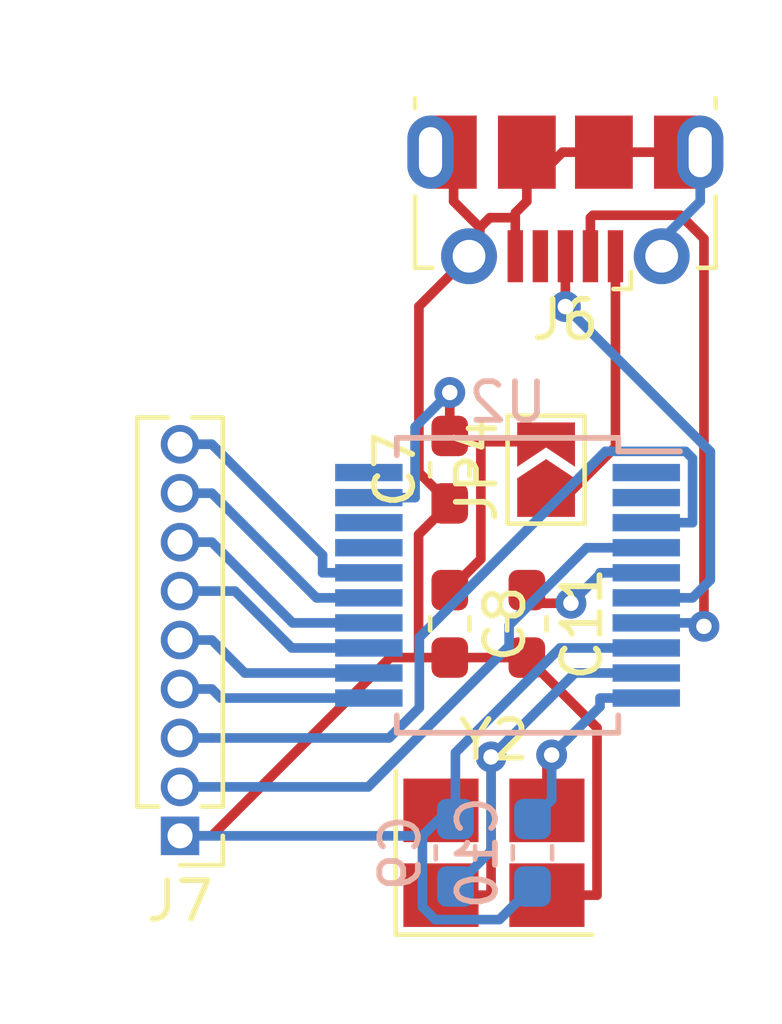
<source format=kicad_pcb>
(kicad_pcb (version 20171130) (host pcbnew 5.0.2-bee76a0~70~ubuntu18.04.1)

  (general
    (thickness 1.6)
    (drawings 0)
    (tracks 132)
    (zones 0)
    (modules 10)
    (nets 23)
  )

  (page A4)
  (layers
    (0 F.Cu signal)
    (31 B.Cu signal)
    (32 B.Adhes user)
    (33 F.Adhes user)
    (34 B.Paste user)
    (35 F.Paste user)
    (36 B.SilkS user)
    (37 F.SilkS user)
    (38 B.Mask user)
    (39 F.Mask user)
    (40 Dwgs.User user)
    (41 Cmts.User user)
    (42 Eco1.User user)
    (43 Eco2.User user)
    (44 Edge.Cuts user)
    (45 Margin user)
    (46 B.CrtYd user)
    (47 F.CrtYd user)
    (48 B.Fab user)
    (49 F.Fab user)
  )

  (setup
    (last_trace_width 0.25)
    (trace_clearance 0.2)
    (zone_clearance 0.508)
    (zone_45_only no)
    (trace_min 0.2)
    (segment_width 0.2)
    (edge_width 0.1)
    (via_size 0.8)
    (via_drill 0.4)
    (via_min_size 0.4)
    (via_min_drill 0.3)
    (uvia_size 0.3)
    (uvia_drill 0.1)
    (uvias_allowed no)
    (uvia_min_size 0.2)
    (uvia_min_drill 0.1)
    (pcb_text_width 0.3)
    (pcb_text_size 1.5 1.5)
    (mod_edge_width 0.15)
    (mod_text_size 1 1)
    (mod_text_width 0.15)
    (pad_size 1.5 1.5)
    (pad_drill 0.6)
    (pad_to_mask_clearance 0)
    (solder_mask_min_width 0.25)
    (aux_axis_origin 0 0)
    (visible_elements FFFFFF7F)
    (pcbplotparams
      (layerselection 0x010fc_ffffffff)
      (usegerberextensions false)
      (usegerberattributes false)
      (usegerberadvancedattributes false)
      (creategerberjobfile false)
      (excludeedgelayer true)
      (linewidth 0.100000)
      (plotframeref false)
      (viasonmask false)
      (mode 1)
      (useauxorigin false)
      (hpglpennumber 1)
      (hpglpenspeed 20)
      (hpglpendiameter 15.000000)
      (psnegative false)
      (psa4output false)
      (plotreference true)
      (plotvalue true)
      (plotinvisibletext false)
      (padsonsilk false)
      (subtractmaskfromsilk false)
      (outputformat 1)
      (mirror false)
      (drillshape 1)
      (scaleselection 1)
      (outputdirectory ""))
  )

  (net 0 "")
  (net 1 "Net-(U2-Pad1)")
  (net 2 "Net-(U2-Pad2)")
  (net 3 /CH340_TXD)
  (net 4 /CH340_RXD)
  (net 5 "Net-(C11-Pad1)")
  (net 6 /USB_DP)
  (net 7 /USB_DM)
  (net 8 GND)
  (net 9 "Net-(C9-Pad2)")
  (net 10 "Net-(C10-Pad1)")
  (net 11 "Net-(J7-Pad4)")
  (net 12 "Net-(J7-Pad5)")
  (net 13 "Net-(J7-Pad6)")
  (net 14 "Net-(J7-Pad7)")
  (net 15 /DTR)
  (net 16 /RTS)
  (net 17 "Net-(U2-Pad17)")
  (net 18 "Net-(U2-Pad18)")
  (net 19 V_CH340)
  (net 20 "Net-(U2-Pad20)")
  (net 21 "Net-(J6-Pad1)")
  (net 22 "Net-(J6-Pad4)")

  (net_class Default "This is the default net class."
    (clearance 0.2)
    (trace_width 0.25)
    (via_dia 0.8)
    (via_drill 0.4)
    (uvia_dia 0.3)
    (uvia_drill 0.1)
    (add_net /CH340_RXD)
    (add_net /CH340_TXD)
    (add_net /DTR)
    (add_net /RTS)
    (add_net /USB_DM)
    (add_net /USB_DP)
    (add_net GND)
    (add_net "Net-(C10-Pad1)")
    (add_net "Net-(C11-Pad1)")
    (add_net "Net-(C9-Pad2)")
    (add_net "Net-(J6-Pad1)")
    (add_net "Net-(J6-Pad4)")
    (add_net "Net-(J7-Pad4)")
    (add_net "Net-(J7-Pad5)")
    (add_net "Net-(J7-Pad6)")
    (add_net "Net-(J7-Pad7)")
    (add_net "Net-(U2-Pad1)")
    (add_net "Net-(U2-Pad17)")
    (add_net "Net-(U2-Pad18)")
    (add_net "Net-(U2-Pad2)")
    (add_net "Net-(U2-Pad20)")
    (add_net V_CH340)
  )

  (module Capacitor_SMD:C_0603_1608Metric_Pad1.05x0.95mm_HandSolder (layer F.Cu) (tedit 5B301BBE) (tstamp 5C2B78B6)
    (at 74 44 270)
    (descr "Capacitor SMD 0603 (1608 Metric), square (rectangular) end terminal, IPC_7351 nominal with elongated pad for handsoldering. (Body size source: http://www.tortai-tech.com/upload/download/2011102023233369053.pdf), generated with kicad-footprint-generator")
    (tags "capacitor handsolder")
    (path /5C1660CD)
    (attr smd)
    (fp_text reference C11 (at 0 -1.43 270) (layer F.SilkS)
      (effects (font (size 1 1) (thickness 0.15)))
    )
    (fp_text value C102,0603 (at 0 1.43 270) (layer F.Fab)
      (effects (font (size 1 1) (thickness 0.15)))
    )
    (fp_line (start -0.8 0.4) (end -0.8 -0.4) (layer F.Fab) (width 0.1))
    (fp_line (start -0.8 -0.4) (end 0.8 -0.4) (layer F.Fab) (width 0.1))
    (fp_line (start 0.8 -0.4) (end 0.8 0.4) (layer F.Fab) (width 0.1))
    (fp_line (start 0.8 0.4) (end -0.8 0.4) (layer F.Fab) (width 0.1))
    (fp_line (start -0.171267 -0.51) (end 0.171267 -0.51) (layer F.SilkS) (width 0.12))
    (fp_line (start -0.171267 0.51) (end 0.171267 0.51) (layer F.SilkS) (width 0.12))
    (fp_line (start -1.65 0.73) (end -1.65 -0.73) (layer F.CrtYd) (width 0.05))
    (fp_line (start -1.65 -0.73) (end 1.65 -0.73) (layer F.CrtYd) (width 0.05))
    (fp_line (start 1.65 -0.73) (end 1.65 0.73) (layer F.CrtYd) (width 0.05))
    (fp_line (start 1.65 0.73) (end -1.65 0.73) (layer F.CrtYd) (width 0.05))
    (fp_text user %R (at 0 0 270) (layer F.Fab)
      (effects (font (size 0.4 0.4) (thickness 0.06)))
    )
    (pad 1 smd roundrect (at -0.875 0 270) (size 1.05 0.95) (layers F.Cu F.Paste F.Mask) (roundrect_rratio 0.25)
      (net 5 "Net-(C11-Pad1)"))
    (pad 2 smd roundrect (at 0.875 0 270) (size 1.05 0.95) (layers F.Cu F.Paste F.Mask) (roundrect_rratio 0.25)
      (net 8 GND))
    (model ${KISYS3DMOD}/Capacitor_SMD.3dshapes/C_0603_1608Metric.wrl
      (at (xyz 0 0 0))
      (scale (xyz 1 1 1))
      (rotate (xyz 0 0 0))
    )
  )

  (module Capacitor_SMD:C_0603_1608Metric_Pad1.05x0.95mm_HandSolder (layer B.Cu) (tedit 5B301BBE) (tstamp 5C2B815F)
    (at 74.1464 49.9393 270)
    (descr "Capacitor SMD 0603 (1608 Metric), square (rectangular) end terminal, IPC_7351 nominal with elongated pad for handsoldering. (Body size source: http://www.tortai-tech.com/upload/download/2011102023233369053.pdf), generated with kicad-footprint-generator")
    (tags "capacitor handsolder")
    (path /5C1676D8)
    (attr smd)
    (fp_text reference C10 (at 0 1.43 270) (layer B.SilkS)
      (effects (font (size 1 1) (thickness 0.15)) (justify mirror))
    )
    (fp_text value C22pf,0603 (at 0 -1.43 270) (layer B.Fab)
      (effects (font (size 1 1) (thickness 0.15)) (justify mirror))
    )
    (fp_text user %R (at 0 0 270) (layer B.Fab)
      (effects (font (size 0.4 0.4) (thickness 0.06)) (justify mirror))
    )
    (fp_line (start 1.65 -0.73) (end -1.65 -0.73) (layer B.CrtYd) (width 0.05))
    (fp_line (start 1.65 0.73) (end 1.65 -0.73) (layer B.CrtYd) (width 0.05))
    (fp_line (start -1.65 0.73) (end 1.65 0.73) (layer B.CrtYd) (width 0.05))
    (fp_line (start -1.65 -0.73) (end -1.65 0.73) (layer B.CrtYd) (width 0.05))
    (fp_line (start -0.171267 -0.51) (end 0.171267 -0.51) (layer B.SilkS) (width 0.12))
    (fp_line (start -0.171267 0.51) (end 0.171267 0.51) (layer B.SilkS) (width 0.12))
    (fp_line (start 0.8 -0.4) (end -0.8 -0.4) (layer B.Fab) (width 0.1))
    (fp_line (start 0.8 0.4) (end 0.8 -0.4) (layer B.Fab) (width 0.1))
    (fp_line (start -0.8 0.4) (end 0.8 0.4) (layer B.Fab) (width 0.1))
    (fp_line (start -0.8 -0.4) (end -0.8 0.4) (layer B.Fab) (width 0.1))
    (pad 2 smd roundrect (at 0.875 0 270) (size 1.05 0.95) (layers B.Cu B.Paste B.Mask) (roundrect_rratio 0.25)
      (net 8 GND))
    (pad 1 smd roundrect (at -0.875 0 270) (size 1.05 0.95) (layers B.Cu B.Paste B.Mask) (roundrect_rratio 0.25)
      (net 10 "Net-(C10-Pad1)"))
    (model ${KISYS3DMOD}/Capacitor_SMD.3dshapes/C_0603_1608Metric.wrl
      (at (xyz 0 0 0))
      (scale (xyz 1 1 1))
      (rotate (xyz 0 0 0))
    )
  )

  (module Capacitor_SMD:C_0603_1608Metric_Pad1.05x0.95mm_HandSolder (layer B.Cu) (tedit 5B301BBE) (tstamp 5C2B818F)
    (at 72.1464 49.9393 270)
    (descr "Capacitor SMD 0603 (1608 Metric), square (rectangular) end terminal, IPC_7351 nominal with elongated pad for handsoldering. (Body size source: http://www.tortai-tech.com/upload/download/2011102023233369053.pdf), generated with kicad-footprint-generator")
    (tags "capacitor handsolder")
    (path /5C1676A0)
    (attr smd)
    (fp_text reference C9 (at 0 1.43 270) (layer B.SilkS)
      (effects (font (size 1 1) (thickness 0.15)) (justify mirror))
    )
    (fp_text value C22pf,0603 (at 0 -1.43 270) (layer B.Fab)
      (effects (font (size 1 1) (thickness 0.15)) (justify mirror))
    )
    (fp_line (start -0.8 -0.4) (end -0.8 0.4) (layer B.Fab) (width 0.1))
    (fp_line (start -0.8 0.4) (end 0.8 0.4) (layer B.Fab) (width 0.1))
    (fp_line (start 0.8 0.4) (end 0.8 -0.4) (layer B.Fab) (width 0.1))
    (fp_line (start 0.8 -0.4) (end -0.8 -0.4) (layer B.Fab) (width 0.1))
    (fp_line (start -0.171267 0.51) (end 0.171267 0.51) (layer B.SilkS) (width 0.12))
    (fp_line (start -0.171267 -0.51) (end 0.171267 -0.51) (layer B.SilkS) (width 0.12))
    (fp_line (start -1.65 -0.73) (end -1.65 0.73) (layer B.CrtYd) (width 0.05))
    (fp_line (start -1.65 0.73) (end 1.65 0.73) (layer B.CrtYd) (width 0.05))
    (fp_line (start 1.65 0.73) (end 1.65 -0.73) (layer B.CrtYd) (width 0.05))
    (fp_line (start 1.65 -0.73) (end -1.65 -0.73) (layer B.CrtYd) (width 0.05))
    (fp_text user %R (at 0 0 270) (layer B.Fab)
      (effects (font (size 0.4 0.4) (thickness 0.06)) (justify mirror))
    )
    (pad 1 smd roundrect (at -0.875 0 270) (size 1.05 0.95) (layers B.Cu B.Paste B.Mask) (roundrect_rratio 0.25)
      (net 8 GND))
    (pad 2 smd roundrect (at 0.875 0 270) (size 1.05 0.95) (layers B.Cu B.Paste B.Mask) (roundrect_rratio 0.25)
      (net 9 "Net-(C9-Pad2)"))
    (model ${KISYS3DMOD}/Capacitor_SMD.3dshapes/C_0603_1608Metric.wrl
      (at (xyz 0 0 0))
      (scale (xyz 1 1 1))
      (rotate (xyz 0 0 0))
    )
  )

  (module Capacitor_SMD:C_0603_1608Metric_Pad1.05x0.95mm_HandSolder (layer F.Cu) (tedit 5B301BBE) (tstamp 5C2B7883)
    (at 72 44 270)
    (descr "Capacitor SMD 0603 (1608 Metric), square (rectangular) end terminal, IPC_7351 nominal with elongated pad for handsoldering. (Body size source: http://www.tortai-tech.com/upload/download/2011102023233369053.pdf), generated with kicad-footprint-generator")
    (tags "capacitor handsolder")
    (path /5C16E8B4)
    (attr smd)
    (fp_text reference C8 (at 0 -1.43 270) (layer F.SilkS)
      (effects (font (size 1 1) (thickness 0.15)))
    )
    (fp_text value C104,0603 (at 0 1.43 270) (layer F.Fab)
      (effects (font (size 1 1) (thickness 0.15)))
    )
    (fp_text user %R (at 0 0 270) (layer F.Fab)
      (effects (font (size 0.4 0.4) (thickness 0.06)))
    )
    (fp_line (start 1.65 0.73) (end -1.65 0.73) (layer F.CrtYd) (width 0.05))
    (fp_line (start 1.65 -0.73) (end 1.65 0.73) (layer F.CrtYd) (width 0.05))
    (fp_line (start -1.65 -0.73) (end 1.65 -0.73) (layer F.CrtYd) (width 0.05))
    (fp_line (start -1.65 0.73) (end -1.65 -0.73) (layer F.CrtYd) (width 0.05))
    (fp_line (start -0.171267 0.51) (end 0.171267 0.51) (layer F.SilkS) (width 0.12))
    (fp_line (start -0.171267 -0.51) (end 0.171267 -0.51) (layer F.SilkS) (width 0.12))
    (fp_line (start 0.8 0.4) (end -0.8 0.4) (layer F.Fab) (width 0.1))
    (fp_line (start 0.8 -0.4) (end 0.8 0.4) (layer F.Fab) (width 0.1))
    (fp_line (start -0.8 -0.4) (end 0.8 -0.4) (layer F.Fab) (width 0.1))
    (fp_line (start -0.8 0.4) (end -0.8 -0.4) (layer F.Fab) (width 0.1))
    (pad 2 smd roundrect (at 0.875 0 270) (size 1.05 0.95) (layers F.Cu F.Paste F.Mask) (roundrect_rratio 0.25)
      (net 8 GND))
    (pad 1 smd roundrect (at -0.875 0 270) (size 1.05 0.95) (layers F.Cu F.Paste F.Mask) (roundrect_rratio 0.25)
      (net 19 V_CH340))
    (model ${KISYS3DMOD}/Capacitor_SMD.3dshapes/C_0603_1608Metric.wrl
      (at (xyz 0 0 0))
      (scale (xyz 1 1 1))
      (rotate (xyz 0 0 0))
    )
  )

  (module Capacitor_SMD:C_0603_1608Metric_Pad1.05x0.95mm_HandSolder (layer F.Cu) (tedit 5B301BBE) (tstamp 5C2B7DAD)
    (at 72 40 90)
    (descr "Capacitor SMD 0603 (1608 Metric), square (rectangular) end terminal, IPC_7351 nominal with elongated pad for handsoldering. (Body size source: http://www.tortai-tech.com/upload/download/2011102023233369053.pdf), generated with kicad-footprint-generator")
    (tags "capacitor handsolder")
    (path /5C16A7DA)
    (attr smd)
    (fp_text reference C7 (at 0 -1.43 90) (layer F.SilkS)
      (effects (font (size 1 1) (thickness 0.15)))
    )
    (fp_text value C226,6.3v,0603 (at 0 1.43 90) (layer F.Fab)
      (effects (font (size 1 1) (thickness 0.15)))
    )
    (fp_line (start -0.8 0.4) (end -0.8 -0.4) (layer F.Fab) (width 0.1))
    (fp_line (start -0.8 -0.4) (end 0.8 -0.4) (layer F.Fab) (width 0.1))
    (fp_line (start 0.8 -0.4) (end 0.8 0.4) (layer F.Fab) (width 0.1))
    (fp_line (start 0.8 0.4) (end -0.8 0.4) (layer F.Fab) (width 0.1))
    (fp_line (start -0.171267 -0.51) (end 0.171267 -0.51) (layer F.SilkS) (width 0.12))
    (fp_line (start -0.171267 0.51) (end 0.171267 0.51) (layer F.SilkS) (width 0.12))
    (fp_line (start -1.65 0.73) (end -1.65 -0.73) (layer F.CrtYd) (width 0.05))
    (fp_line (start -1.65 -0.73) (end 1.65 -0.73) (layer F.CrtYd) (width 0.05))
    (fp_line (start 1.65 -0.73) (end 1.65 0.73) (layer F.CrtYd) (width 0.05))
    (fp_line (start 1.65 0.73) (end -1.65 0.73) (layer F.CrtYd) (width 0.05))
    (fp_text user %R (at 0 0 90) (layer F.Fab)
      (effects (font (size 0.4 0.4) (thickness 0.06)))
    )
    (pad 1 smd roundrect (at -0.875 0 90) (size 1.05 0.95) (layers F.Cu F.Paste F.Mask) (roundrect_rratio 0.25)
      (net 8 GND))
    (pad 2 smd roundrect (at 0.875 0 90) (size 1.05 0.95) (layers F.Cu F.Paste F.Mask) (roundrect_rratio 0.25)
      (net 19 V_CH340))
    (model ${KISYS3DMOD}/Capacitor_SMD.3dshapes/C_0603_1608Metric.wrl
      (at (xyz 0 0 0))
      (scale (xyz 1 1 1))
      (rotate (xyz 0 0 0))
    )
  )

  (module Connector_PinHeader_1.27mm:PinHeader_1x09_P1.27mm_Vertical (layer F.Cu) (tedit 59FED6E3) (tstamp 5C2B7861)
    (at 65 49.5 180)
    (descr "Through hole straight pin header, 1x09, 1.27mm pitch, single row")
    (tags "Through hole pin header THT 1x09 1.27mm single row")
    (path /5C16CEF0)
    (fp_text reference J7 (at 0 -1.695 180) (layer F.SilkS)
      (effects (font (size 1 1) (thickness 0.15)))
    )
    (fp_text value Conn_01x09 (at 0 11.855 180) (layer F.Fab)
      (effects (font (size 1 1) (thickness 0.15)))
    )
    (fp_line (start -0.525 -0.635) (end 1.05 -0.635) (layer F.Fab) (width 0.1))
    (fp_line (start 1.05 -0.635) (end 1.05 10.795) (layer F.Fab) (width 0.1))
    (fp_line (start 1.05 10.795) (end -1.05 10.795) (layer F.Fab) (width 0.1))
    (fp_line (start -1.05 10.795) (end -1.05 -0.11) (layer F.Fab) (width 0.1))
    (fp_line (start -1.05 -0.11) (end -0.525 -0.635) (layer F.Fab) (width 0.1))
    (fp_line (start -1.11 10.855) (end -0.30753 10.855) (layer F.SilkS) (width 0.12))
    (fp_line (start 0.30753 10.855) (end 1.11 10.855) (layer F.SilkS) (width 0.12))
    (fp_line (start -1.11 0.76) (end -1.11 10.855) (layer F.SilkS) (width 0.12))
    (fp_line (start 1.11 0.76) (end 1.11 10.855) (layer F.SilkS) (width 0.12))
    (fp_line (start -1.11 0.76) (end -0.563471 0.76) (layer F.SilkS) (width 0.12))
    (fp_line (start 0.563471 0.76) (end 1.11 0.76) (layer F.SilkS) (width 0.12))
    (fp_line (start -1.11 0) (end -1.11 -0.76) (layer F.SilkS) (width 0.12))
    (fp_line (start -1.11 -0.76) (end 0 -0.76) (layer F.SilkS) (width 0.12))
    (fp_line (start -1.55 -1.15) (end -1.55 11.3) (layer F.CrtYd) (width 0.05))
    (fp_line (start -1.55 11.3) (end 1.55 11.3) (layer F.CrtYd) (width 0.05))
    (fp_line (start 1.55 11.3) (end 1.55 -1.15) (layer F.CrtYd) (width 0.05))
    (fp_line (start 1.55 -1.15) (end -1.55 -1.15) (layer F.CrtYd) (width 0.05))
    (fp_text user %R (at 0 5.08 270) (layer F.Fab)
      (effects (font (size 1 1) (thickness 0.15)))
    )
    (pad 1 thru_hole rect (at 0 0 180) (size 1 1) (drill 0.65) (layers *.Cu *.Mask)
      (net 8 GND))
    (pad 2 thru_hole oval (at 0 1.27 180) (size 1 1) (drill 0.65) (layers *.Cu *.Mask)
      (net 4 /CH340_RXD))
    (pad 3 thru_hole oval (at 0 2.54 180) (size 1 1) (drill 0.65) (layers *.Cu *.Mask)
      (net 3 /CH340_TXD))
    (pad 4 thru_hole oval (at 0 3.81 180) (size 1 1) (drill 0.65) (layers *.Cu *.Mask)
      (net 11 "Net-(J7-Pad4)"))
    (pad 5 thru_hole oval (at 0 5.08 180) (size 1 1) (drill 0.65) (layers *.Cu *.Mask)
      (net 12 "Net-(J7-Pad5)"))
    (pad 6 thru_hole oval (at 0 6.35 180) (size 1 1) (drill 0.65) (layers *.Cu *.Mask)
      (net 13 "Net-(J7-Pad6)"))
    (pad 7 thru_hole oval (at 0 7.62 180) (size 1 1) (drill 0.65) (layers *.Cu *.Mask)
      (net 14 "Net-(J7-Pad7)"))
    (pad 8 thru_hole oval (at 0 8.89 180) (size 1 1) (drill 0.65) (layers *.Cu *.Mask)
      (net 15 /DTR))
    (pad 9 thru_hole oval (at 0 10.16 180) (size 1 1) (drill 0.65) (layers *.Cu *.Mask)
      (net 16 /RTS))
    (model ${KISYS3DMOD}/Connector_PinHeader_1.27mm.3dshapes/PinHeader_1x09_P1.27mm_Vertical.wrl
      (at (xyz 0 0 0))
      (scale (xyz 1 1 1))
      (rotate (xyz 0 0 0))
    )
  )

  (module Connector_USB:USB_Micro-B_Molex-105017-0001 (layer F.Cu) (tedit 5A1DC0BE) (tstamp 5C2B7842)
    (at 75 33 180)
    (descr http://www.molex.com/pdm_docs/sd/1050170001_sd.pdf)
    (tags "Micro-USB SMD Typ-B")
    (path /5C164EDE)
    (attr smd)
    (fp_text reference J6 (at 0 -3.1125 180) (layer F.SilkS)
      (effects (font (size 1 1) (thickness 0.15)))
    )
    (fp_text value USB_B_Mini (at 0.3 4.3375 180) (layer F.Fab)
      (effects (font (size 1 1) (thickness 0.15)))
    )
    (fp_text user "PCB Edge" (at 0 2.6875 180) (layer Dwgs.User)
      (effects (font (size 0.5 0.5) (thickness 0.08)))
    )
    (fp_text user %R (at 0 0.8875 180) (layer F.Fab)
      (effects (font (size 1 1) (thickness 0.15)))
    )
    (fp_line (start -4.4 3.64) (end 4.4 3.64) (layer F.CrtYd) (width 0.05))
    (fp_line (start 4.4 -2.46) (end 4.4 3.64) (layer F.CrtYd) (width 0.05))
    (fp_line (start -4.4 -2.46) (end 4.4 -2.46) (layer F.CrtYd) (width 0.05))
    (fp_line (start -4.4 3.64) (end -4.4 -2.46) (layer F.CrtYd) (width 0.05))
    (fp_line (start -3.9 -1.7625) (end -3.45 -1.7625) (layer F.SilkS) (width 0.12))
    (fp_line (start -3.9 0.0875) (end -3.9 -1.7625) (layer F.SilkS) (width 0.12))
    (fp_line (start 3.9 2.6375) (end 3.9 2.3875) (layer F.SilkS) (width 0.12))
    (fp_line (start 3.75 3.3875) (end 3.75 -1.6125) (layer F.Fab) (width 0.1))
    (fp_line (start -3 2.689204) (end 3 2.689204) (layer F.Fab) (width 0.1))
    (fp_line (start -3.75 3.389204) (end 3.75 3.389204) (layer F.Fab) (width 0.1))
    (fp_line (start -3.75 -1.6125) (end 3.75 -1.6125) (layer F.Fab) (width 0.1))
    (fp_line (start -3.75 3.3875) (end -3.75 -1.6125) (layer F.Fab) (width 0.1))
    (fp_line (start -3.9 2.6375) (end -3.9 2.3875) (layer F.SilkS) (width 0.12))
    (fp_line (start 3.9 0.0875) (end 3.9 -1.7625) (layer F.SilkS) (width 0.12))
    (fp_line (start 3.9 -1.7625) (end 3.45 -1.7625) (layer F.SilkS) (width 0.12))
    (fp_line (start -1.7 -2.3125) (end -1.25 -2.3125) (layer F.SilkS) (width 0.12))
    (fp_line (start -1.7 -2.3125) (end -1.7 -1.8625) (layer F.SilkS) (width 0.12))
    (fp_line (start -1.3 -1.7125) (end -1.5 -1.9125) (layer F.Fab) (width 0.1))
    (fp_line (start -1.1 -1.9125) (end -1.3 -1.7125) (layer F.Fab) (width 0.1))
    (fp_line (start -1.5 -2.1225) (end -1.1 -2.1225) (layer F.Fab) (width 0.1))
    (fp_line (start -1.5 -2.1225) (end -1.5 -1.9125) (layer F.Fab) (width 0.1))
    (fp_line (start -1.1 -2.1225) (end -1.1 -1.9125) (layer F.Fab) (width 0.1))
    (pad 6 smd rect (at 1 1.2375 180) (size 1.5 1.9) (layers F.Cu F.Paste F.Mask)
      (net 8 GND))
    (pad 6 thru_hole circle (at -2.5 -1.4625 180) (size 1.45 1.45) (drill 0.85) (layers *.Cu *.Mask)
      (net 8 GND))
    (pad 2 smd rect (at -0.65 -1.4625 180) (size 0.4 1.35) (layers F.Cu F.Paste F.Mask)
      (net 7 /USB_DM))
    (pad 1 smd rect (at -1.3 -1.4625 180) (size 0.4 1.35) (layers F.Cu F.Paste F.Mask)
      (net 21 "Net-(J6-Pad1)"))
    (pad 5 smd rect (at 1.3 -1.4625 180) (size 0.4 1.35) (layers F.Cu F.Paste F.Mask)
      (net 8 GND))
    (pad 4 smd rect (at 0.65 -1.4625 180) (size 0.4 1.35) (layers F.Cu F.Paste F.Mask)
      (net 22 "Net-(J6-Pad4)"))
    (pad 3 smd rect (at 0 -1.4625 180) (size 0.4 1.35) (layers F.Cu F.Paste F.Mask)
      (net 6 /USB_DP))
    (pad 6 thru_hole circle (at 2.5 -1.4625 180) (size 1.45 1.45) (drill 0.85) (layers *.Cu *.Mask)
      (net 8 GND))
    (pad 6 smd rect (at -1 1.2375 180) (size 1.5 1.9) (layers F.Cu F.Paste F.Mask)
      (net 8 GND))
    (pad 6 thru_hole oval (at -3.5 1.2375) (size 1.2 1.9) (drill oval 0.6 1.3) (layers *.Cu *.Mask)
      (net 8 GND))
    (pad 6 thru_hole oval (at 3.5 1.2375 180) (size 1.2 1.9) (drill oval 0.6 1.3) (layers *.Cu *.Mask)
      (net 8 GND))
    (pad 6 smd rect (at 2.9 1.2375 180) (size 1.2 1.9) (layers F.Cu F.Mask)
      (net 8 GND))
    (pad 6 smd rect (at -2.9 1.2375 180) (size 1.2 1.9) (layers F.Cu F.Mask)
      (net 8 GND))
    (model ${KISYS3DMOD}/Connector_USB.3dshapes/USB_Micro-B_Molex-105017-0001.wrl
      (at (xyz 0 0 0))
      (scale (xyz 1 1 1))
      (rotate (xyz 0 0 0))
    )
  )

  (module Jumper:SolderJumper-2_P1.3mm_Open_TrianglePad1.0x1.5mm (layer F.Cu) (tedit 5A64794F) (tstamp 5C2B7819)
    (at 74.5 40 90)
    (descr "SMD Solder Jumper, 1x1.5mm Triangular Pads, 0.3mm gap, open")
    (tags "solder jumper open")
    (path /5C1D7C5E)
    (attr virtual)
    (fp_text reference JP4 (at 0 -1.8 90) (layer F.SilkS)
      (effects (font (size 1 1) (thickness 0.15)))
    )
    (fp_text value SolderJumper_2_Open (at 0 1.9 90) (layer F.Fab)
      (effects (font (size 1 1) (thickness 0.15)))
    )
    (fp_line (start -1.4 1) (end -1.4 -1) (layer F.SilkS) (width 0.12))
    (fp_line (start 1.4 1) (end -1.4 1) (layer F.SilkS) (width 0.12))
    (fp_line (start 1.4 -1) (end 1.4 1) (layer F.SilkS) (width 0.12))
    (fp_line (start -1.4 -1) (end 1.4 -1) (layer F.SilkS) (width 0.12))
    (fp_line (start -1.65 -1.25) (end 1.65 -1.25) (layer F.CrtYd) (width 0.05))
    (fp_line (start -1.65 -1.25) (end -1.65 1.25) (layer F.CrtYd) (width 0.05))
    (fp_line (start 1.65 1.25) (end 1.65 -1.25) (layer F.CrtYd) (width 0.05))
    (fp_line (start 1.65 1.25) (end -1.65 1.25) (layer F.CrtYd) (width 0.05))
    (pad 2 smd custom (at 0.725 0 90) (size 0.3 0.3) (layers F.Cu F.Mask)
      (net 19 V_CH340) (zone_connect 0)
      (options (clearance outline) (anchor rect))
      (primitives
        (gr_poly (pts
           (xy -0.65 -0.75) (xy 0.5 -0.75) (xy 0.5 0.75) (xy -0.65 0.75) (xy -0.15 0)
) (width 0))
      ))
    (pad 1 smd custom (at -0.725 0 90) (size 0.3 0.3) (layers F.Cu F.Mask)
      (net 21 "Net-(J6-Pad1)") (zone_connect 0)
      (options (clearance outline) (anchor rect))
      (primitives
        (gr_poly (pts
           (xy -0.5 -0.75) (xy 0.5 -0.75) (xy 1 0) (xy 0.5 0.75) (xy -0.5 0.75)
) (width 0))
      ))
  )

  (module Oscillator:Oscillator_SMD_Abracon_ASE-4Pin_3.2x2.5mm_HandSoldering (layer F.Cu) (tedit 58CD3344) (tstamp 5C2B81CA)
    (at 73.1464 49.9393)
    (descr "Miniature Crystal Clock Oscillator Abracon ASE series, http://www.abracon.com/Oscillators/ASEseries.pdf, hand-soldering, 3.2x2.5mm^2 package")
    (tags "SMD SMT crystal oscillator hand-soldering")
    (path /5C17EDD2)
    (attr smd)
    (fp_text reference Y2 (at 0 -2.925) (layer F.SilkS)
      (effects (font (size 1 1) (thickness 0.15)))
    )
    (fp_text value O_12M,3225 (at 0 2.925) (layer F.Fab)
      (effects (font (size 1 1) (thickness 0.15)))
    )
    (fp_text user %R (at 0 0) (layer F.Fab)
      (effects (font (size 0.7 0.7) (thickness 0.105)))
    )
    (fp_line (start -1.5 -1.25) (end 1.5 -1.25) (layer F.Fab) (width 0.1))
    (fp_line (start 1.5 -1.25) (end 1.6 -1.15) (layer F.Fab) (width 0.1))
    (fp_line (start 1.6 -1.15) (end 1.6 1.15) (layer F.Fab) (width 0.1))
    (fp_line (start 1.6 1.15) (end 1.5 1.25) (layer F.Fab) (width 0.1))
    (fp_line (start 1.5 1.25) (end -1.5 1.25) (layer F.Fab) (width 0.1))
    (fp_line (start -1.5 1.25) (end -1.6 1.15) (layer F.Fab) (width 0.1))
    (fp_line (start -1.6 1.15) (end -1.6 -1.15) (layer F.Fab) (width 0.1))
    (fp_line (start -1.6 -1.15) (end -1.5 -1.25) (layer F.Fab) (width 0.1))
    (fp_line (start -1.6 0.25) (end -0.6 1.25) (layer F.Fab) (width 0.1))
    (fp_line (start -2.55 -2.125) (end -2.55 2.125) (layer F.SilkS) (width 0.12))
    (fp_line (start -2.55 2.125) (end 2.55 2.125) (layer F.SilkS) (width 0.12))
    (fp_line (start -2.6 -2.2) (end -2.6 2.2) (layer F.CrtYd) (width 0.05))
    (fp_line (start -2.6 2.2) (end 2.6 2.2) (layer F.CrtYd) (width 0.05))
    (fp_line (start 2.6 2.2) (end 2.6 -2.2) (layer F.CrtYd) (width 0.05))
    (fp_line (start 2.6 -2.2) (end -2.6 -2.2) (layer F.CrtYd) (width 0.05))
    (fp_circle (center 0 0) (end 0.25 0) (layer F.Adhes) (width 0.1))
    (fp_circle (center 0 0) (end 0.208333 0) (layer F.Adhes) (width 0.083333))
    (fp_circle (center 0 0) (end 0.133333 0) (layer F.Adhes) (width 0.083333))
    (fp_circle (center 0 0) (end 0.058333 0) (layer F.Adhes) (width 0.116667))
    (pad 1 smd rect (at -1.375 1.1) (size 1.95 1.65) (layers F.Cu F.Paste F.Mask)
      (net 9 "Net-(C9-Pad2)"))
    (pad 2 smd rect (at 1.375 1.1) (size 1.95 1.65) (layers F.Cu F.Paste F.Mask)
      (net 8 GND))
    (pad 3 smd rect (at 1.375 -1.1) (size 1.95 1.65) (layers F.Cu F.Paste F.Mask)
      (net 10 "Net-(C10-Pad1)"))
    (pad 4 smd rect (at -1.375 -1.1) (size 1.95 1.65) (layers F.Cu F.Paste F.Mask))
    (model ${KISYS3DMOD}/Oscillator.3dshapes/Oscillator_SMD_Abracon_ASE-4Pin_3.2x2.5mm_HandSoldering.wrl
      (at (xyz 0 0 0))
      (scale (xyz 1 1 1))
      (rotate (xyz 0 0 0))
    )
  )

  (module Package_SO:SSOP-20_5.3x7.2mm_P0.65mm (layer B.Cu) (tedit 5A02F25C) (tstamp 5C2B77EF)
    (at 73.5 43 180)
    (descr "20-Lead Plastic Shrink Small Outline (SS)-5.30 mm Body [SSOP] (see Microchip Packaging Specification 00000049BS.pdf)")
    (tags "SSOP 0.65")
    (path /5C1620C7)
    (attr smd)
    (fp_text reference U2 (at 0 4.75 180) (layer B.SilkS)
      (effects (font (size 1 1) (thickness 0.15)) (justify mirror))
    )
    (fp_text value "CH340T(SSOP20W)" (at 0 -4.75 180) (layer B.Fab)
      (effects (font (size 1 1) (thickness 0.15)) (justify mirror))
    )
    (fp_line (start -1.65 3.6) (end 2.65 3.6) (layer B.Fab) (width 0.15))
    (fp_line (start 2.65 3.6) (end 2.65 -3.6) (layer B.Fab) (width 0.15))
    (fp_line (start 2.65 -3.6) (end -2.65 -3.6) (layer B.Fab) (width 0.15))
    (fp_line (start -2.65 -3.6) (end -2.65 2.6) (layer B.Fab) (width 0.15))
    (fp_line (start -2.65 2.6) (end -1.65 3.6) (layer B.Fab) (width 0.15))
    (fp_line (start -4.75 4) (end -4.75 -4) (layer B.CrtYd) (width 0.05))
    (fp_line (start 4.75 4) (end 4.75 -4) (layer B.CrtYd) (width 0.05))
    (fp_line (start -4.75 4) (end 4.75 4) (layer B.CrtYd) (width 0.05))
    (fp_line (start -4.75 -4) (end 4.75 -4) (layer B.CrtYd) (width 0.05))
    (fp_line (start -2.875 3.825) (end -2.875 3.475) (layer B.SilkS) (width 0.15))
    (fp_line (start 2.875 3.825) (end 2.875 3.375) (layer B.SilkS) (width 0.15))
    (fp_line (start 2.875 -3.825) (end 2.875 -3.375) (layer B.SilkS) (width 0.15))
    (fp_line (start -2.875 -3.825) (end -2.875 -3.375) (layer B.SilkS) (width 0.15))
    (fp_line (start -2.875 3.825) (end 2.875 3.825) (layer B.SilkS) (width 0.15))
    (fp_line (start -2.875 -3.825) (end 2.875 -3.825) (layer B.SilkS) (width 0.15))
    (fp_line (start -2.875 3.475) (end -4.475 3.475) (layer B.SilkS) (width 0.15))
    (fp_text user %R (at 0 0 180) (layer B.Fab)
      (effects (font (size 0.8 0.8) (thickness 0.15)) (justify mirror))
    )
    (pad 1 smd rect (at -3.6 2.925 180) (size 1.75 0.45) (layers B.Cu B.Paste B.Mask)
      (net 1 "Net-(U2-Pad1)"))
    (pad 2 smd rect (at -3.6 2.275 180) (size 1.75 0.45) (layers B.Cu B.Paste B.Mask)
      (net 2 "Net-(U2-Pad2)"))
    (pad 3 smd rect (at -3.6 1.625 180) (size 1.75 0.45) (layers B.Cu B.Paste B.Mask)
      (net 3 /CH340_TXD))
    (pad 4 smd rect (at -3.6 0.975 180) (size 1.75 0.45) (layers B.Cu B.Paste B.Mask)
      (net 4 /CH340_RXD))
    (pad 5 smd rect (at -3.6 0.325 180) (size 1.75 0.45) (layers B.Cu B.Paste B.Mask)
      (net 5 "Net-(C11-Pad1)"))
    (pad 6 smd rect (at -3.6 -0.325 180) (size 1.75 0.45) (layers B.Cu B.Paste B.Mask)
      (net 6 /USB_DP))
    (pad 7 smd rect (at -3.6 -0.975 180) (size 1.75 0.45) (layers B.Cu B.Paste B.Mask)
      (net 7 /USB_DM))
    (pad 8 smd rect (at -3.6 -1.625 180) (size 1.75 0.45) (layers B.Cu B.Paste B.Mask)
      (net 8 GND))
    (pad 9 smd rect (at -3.6 -2.275 180) (size 1.75 0.45) (layers B.Cu B.Paste B.Mask)
      (net 9 "Net-(C9-Pad2)"))
    (pad 10 smd rect (at -3.6 -2.925 180) (size 1.75 0.45) (layers B.Cu B.Paste B.Mask)
      (net 10 "Net-(C10-Pad1)"))
    (pad 11 smd rect (at 3.6 -2.925 180) (size 1.75 0.45) (layers B.Cu B.Paste B.Mask)
      (net 11 "Net-(J7-Pad4)"))
    (pad 12 smd rect (at 3.6 -2.275 180) (size 1.75 0.45) (layers B.Cu B.Paste B.Mask)
      (net 12 "Net-(J7-Pad5)"))
    (pad 13 smd rect (at 3.6 -1.625 180) (size 1.75 0.45) (layers B.Cu B.Paste B.Mask)
      (net 13 "Net-(J7-Pad6)"))
    (pad 14 smd rect (at 3.6 -0.975 180) (size 1.75 0.45) (layers B.Cu B.Paste B.Mask)
      (net 14 "Net-(J7-Pad7)"))
    (pad 15 smd rect (at 3.6 -0.325 180) (size 1.75 0.45) (layers B.Cu B.Paste B.Mask)
      (net 15 /DTR))
    (pad 16 smd rect (at 3.6 0.325 180) (size 1.75 0.45) (layers B.Cu B.Paste B.Mask)
      (net 16 /RTS))
    (pad 17 smd rect (at 3.6 0.975 180) (size 1.75 0.45) (layers B.Cu B.Paste B.Mask)
      (net 17 "Net-(U2-Pad17)"))
    (pad 18 smd rect (at 3.6 1.625 180) (size 1.75 0.45) (layers B.Cu B.Paste B.Mask)
      (net 18 "Net-(U2-Pad18)"))
    (pad 19 smd rect (at 3.6 2.275 180) (size 1.75 0.45) (layers B.Cu B.Paste B.Mask)
      (net 19 V_CH340))
    (pad 20 smd rect (at 3.6 2.925 180) (size 1.75 0.45) (layers B.Cu B.Paste B.Mask)
      (net 20 "Net-(U2-Pad20)"))
    (model ${KISYS3DMOD}/Package_SO.3dshapes/SSOP-20_5.3x7.2mm_P0.65mm.wrl
      (at (xyz 0 0 0))
      (scale (xyz 1 1 1))
      (rotate (xyz 0 0 0))
    )
  )

  (segment (start 65 46.96) (end 65.8253 46.96) (width 0.25) (layer B.Cu) (net 3))
  (segment (start 77.1 41.375) (end 78.3003 41.375) (width 0.25) (layer B.Cu) (net 3))
  (segment (start 78.3003 41.375) (end 78.3003 39.7055) (width 0.25) (layer B.Cu) (net 3))
  (segment (start 78.3003 39.7055) (end 78.1194 39.5246) (width 0.25) (layer B.Cu) (net 3))
  (segment (start 78.1194 39.5246) (end 76.0386 39.5246) (width 0.25) (layer B.Cu) (net 3))
  (segment (start 76.0386 39.5246) (end 71.2103 44.3529) (width 0.25) (layer B.Cu) (net 3))
  (segment (start 71.2103 44.3529) (end 71.2103 46.1748) (width 0.25) (layer B.Cu) (net 3))
  (segment (start 71.2103 46.1748) (end 70.4251 46.96) (width 0.25) (layer B.Cu) (net 3))
  (segment (start 70.4251 46.96) (end 65.8253 46.96) (width 0.25) (layer B.Cu) (net 3))
  (segment (start 77.1 42.025) (end 75.5495 42.025) (width 0.25) (layer B.Cu) (net 4))
  (segment (start 75.5495 42.025) (end 73.5401 44.0344) (width 0.25) (layer B.Cu) (net 4))
  (segment (start 73.5401 44.0344) (end 73.5401 44.5738) (width 0.25) (layer B.Cu) (net 4))
  (segment (start 73.5401 44.5738) (end 69.8839 48.23) (width 0.25) (layer B.Cu) (net 4))
  (segment (start 69.8839 48.23) (end 65 48.23) (width 0.25) (layer B.Cu) (net 4))
  (segment (start 77.1 42.675) (end 75.8997 42.675) (width 0.25) (layer B.Cu) (net 5))
  (segment (start 75.1442 43.4657) (end 74.3407 43.4657) (width 0.25) (layer F.Cu) (net 5))
  (segment (start 74.3407 43.4657) (end 74 43.125) (width 0.25) (layer F.Cu) (net 5))
  (segment (start 75.8997 42.675) (end 75.8997 42.7102) (width 0.25) (layer B.Cu) (net 5))
  (segment (start 75.8997 42.7102) (end 75.1442 43.4657) (width 0.25) (layer B.Cu) (net 5))
  (via (at 75.1442 43.4657) (size 0.8) (layers F.Cu B.Cu) (net 5))
  (segment (start 75 35.4628) (end 75 35.7683) (width 0.25) (layer F.Cu) (net 6))
  (segment (start 78.3003 43.325) (end 78.7639 42.8614) (width 0.25) (layer B.Cu) (net 6))
  (segment (start 78.7639 42.8614) (end 78.7639 39.5322) (width 0.25) (layer B.Cu) (net 6))
  (segment (start 78.7639 39.5322) (end 75 35.7683) (width 0.25) (layer B.Cu) (net 6))
  (segment (start 77.1 43.325) (end 78.3003 43.325) (width 0.25) (layer B.Cu) (net 6))
  (segment (start 75 34.4625) (end 75 35.4628) (width 0.25) (layer F.Cu) (net 6))
  (via (at 75 35.7683) (size 0.8) (layers F.Cu B.Cu) (net 6))
  (segment (start 75.65 33.4622) (end 75.7132 33.399) (width 0.25) (layer F.Cu) (net 7))
  (segment (start 75.7132 33.399) (end 77.9896 33.399) (width 0.25) (layer F.Cu) (net 7))
  (segment (start 77.9896 33.399) (end 78.5963 34.0057) (width 0.25) (layer F.Cu) (net 7))
  (segment (start 78.5963 34.0057) (end 78.5963 44.0647) (width 0.25) (layer F.Cu) (net 7))
  (segment (start 78.3003 43.975) (end 78.39 44.0647) (width 0.25) (layer B.Cu) (net 7))
  (segment (start 78.39 44.0647) (end 78.5963 44.0647) (width 0.25) (layer B.Cu) (net 7))
  (segment (start 77.1 43.975) (end 78.3003 43.975) (width 0.25) (layer B.Cu) (net 7))
  (segment (start 75.65 34.4625) (end 75.65 33.4622) (width 0.25) (layer F.Cu) (net 7))
  (via (at 78.5963 44.0647) (size 0.8) (layers F.Cu B.Cu) (net 7))
  (segment (start 71.2908 49.5) (end 71.2908 51.3438) (width 0.25) (layer B.Cu) (net 8))
  (segment (start 71.2908 51.3438) (end 71.6198 51.6728) (width 0.25) (layer B.Cu) (net 8))
  (segment (start 71.6198 51.6728) (end 73.2879 51.6728) (width 0.25) (layer B.Cu) (net 8))
  (segment (start 73.2879 51.6728) (end 74.1464 50.8143) (width 0.25) (layer B.Cu) (net 8))
  (segment (start 72.1464 49.0643) (end 71.7265 49.0643) (width 0.25) (layer B.Cu) (net 8))
  (segment (start 71.7265 49.0643) (end 71.2908 49.5) (width 0.25) (layer B.Cu) (net 8))
  (segment (start 71.2908 49.5) (end 65.8253 49.5) (width 0.25) (layer B.Cu) (net 8))
  (segment (start 65 49.5) (end 65.8253 49.5) (width 0.25) (layer B.Cu) (net 8))
  (segment (start 75.8997 44.625) (end 74.8629 44.625) (width 0.25) (layer B.Cu) (net 8))
  (segment (start 74.8629 44.625) (end 72.1464 47.3415) (width 0.25) (layer B.Cu) (net 8))
  (segment (start 72.1464 47.3415) (end 72.1464 49.0643) (width 0.25) (layer B.Cu) (net 8))
  (segment (start 78.5 31.7625) (end 78.5 33.0378) (width 0.25) (layer B.Cu) (net 8))
  (segment (start 78.5 33.0378) (end 77.5 34.0378) (width 0.25) (layer B.Cu) (net 8))
  (segment (start 77.5 34.0378) (end 77.5 34.4625) (width 0.25) (layer B.Cu) (net 8))
  (segment (start 74.5214 51.0393) (end 75.8217 51.0393) (width 0.25) (layer F.Cu) (net 8))
  (segment (start 74 44.875) (end 75.8217 46.6967) (width 0.25) (layer F.Cu) (net 8))
  (segment (start 75.8217 46.6967) (end 75.8217 51.0393) (width 0.25) (layer F.Cu) (net 8))
  (segment (start 72 44.875) (end 74 44.875) (width 0.25) (layer F.Cu) (net 8))
  (segment (start 71.1905 44.875) (end 72 44.875) (width 0.25) (layer F.Cu) (net 8))
  (segment (start 65.8253 49.5) (end 70.4503 44.875) (width 0.25) (layer F.Cu) (net 8))
  (segment (start 70.4503 44.875) (end 71.1905 44.875) (width 0.25) (layer F.Cu) (net 8))
  (segment (start 71.1905 44.875) (end 71.1905 41.6845) (width 0.25) (layer F.Cu) (net 8))
  (segment (start 71.1905 41.6845) (end 72 40.875) (width 0.25) (layer F.Cu) (net 8))
  (segment (start 65 49.5) (end 65.8253 49.5) (width 0.25) (layer F.Cu) (net 8))
  (segment (start 72.5 34.4625) (end 71.1987 35.7638) (width 0.25) (layer F.Cu) (net 8))
  (segment (start 71.1987 35.7638) (end 71.1987 40.0737) (width 0.25) (layer F.Cu) (net 8))
  (segment (start 71.1987 40.0737) (end 72 40.875) (width 0.25) (layer F.Cu) (net 8))
  (segment (start 72.781 33.7188) (end 72.781 34.1815) (width 0.25) (layer F.Cu) (net 8))
  (segment (start 72.781 34.1815) (end 72.5 34.4625) (width 0.25) (layer F.Cu) (net 8))
  (segment (start 77.1 44.625) (end 75.8997 44.625) (width 0.25) (layer B.Cu) (net 8))
  (segment (start 76 31.7625) (end 74.9247 31.7625) (width 0.25) (layer F.Cu) (net 8))
  (segment (start 74 32.4001) (end 74.2871 32.4001) (width 0.25) (layer F.Cu) (net 8))
  (segment (start 74.2871 32.4001) (end 74.9247 31.7625) (width 0.25) (layer F.Cu) (net 8))
  (segment (start 74 32.4001) (end 74 33.0378) (width 0.25) (layer F.Cu) (net 8))
  (segment (start 74 31.7625) (end 74 32.4001) (width 0.25) (layer F.Cu) (net 8))
  (segment (start 76.5377 31.7625) (end 77.9 31.7625) (width 0.25) (layer F.Cu) (net 8))
  (segment (start 76 31.7625) (end 76.5377 31.7625) (width 0.25) (layer F.Cu) (net 8))
  (segment (start 74 33.0378) (end 73.7 33.3378) (width 0.25) (layer F.Cu) (net 8))
  (segment (start 73.7 33.3378) (end 73.7 33.4622) (width 0.25) (layer F.Cu) (net 8))
  (segment (start 73.7 34.4625) (end 73.7 33.4622) (width 0.25) (layer F.Cu) (net 8))
  (segment (start 72.781 33.7188) (end 73.0376 33.4622) (width 0.25) (layer F.Cu) (net 8))
  (segment (start 73.0376 33.4622) (end 73.7 33.4622) (width 0.25) (layer F.Cu) (net 8))
  (segment (start 72.1 33.0378) (end 72.781 33.7188) (width 0.25) (layer F.Cu) (net 8))
  (segment (start 72.1 31.7625) (end 72.1 33.0378) (width 0.25) (layer F.Cu) (net 8))
  (segment (start 77.9 31.7625) (end 78.5 31.7625) (width 0.25) (layer F.Cu) (net 8))
  (segment (start 72.1 31.7625) (end 71.5 31.7625) (width 0.25) (layer F.Cu) (net 8))
  (segment (start 77.1 45.275) (end 75.2501 45.275) (width 0.25) (layer B.Cu) (net 9))
  (segment (start 75.2501 45.275) (end 73.0717 47.4534) (width 0.25) (layer B.Cu) (net 9))
  (segment (start 73.0717 47.4534) (end 73.0717 49.889) (width 0.25) (layer B.Cu) (net 9))
  (segment (start 73.0717 49.889) (end 72.1464 50.8143) (width 0.25) (layer B.Cu) (net 9))
  (segment (start 73.0717 51.0393) (end 73.0717 47.4534) (width 0.25) (layer F.Cu) (net 9))
  (segment (start 71.7714 51.0393) (end 73.0717 51.0393) (width 0.25) (layer F.Cu) (net 9))
  (via (at 73.0717 47.4534) (size 0.8) (layers F.Cu B.Cu) (net 9))
  (segment (start 75.8997 45.925) (end 75.8997 46.1464) (width 0.25) (layer B.Cu) (net 10))
  (segment (start 75.8997 46.1464) (end 74.6444 47.4017) (width 0.25) (layer B.Cu) (net 10))
  (segment (start 74.6444 47.4017) (end 74.6444 48.5663) (width 0.25) (layer B.Cu) (net 10))
  (segment (start 74.6444 48.5663) (end 74.1464 49.0643) (width 0.25) (layer B.Cu) (net 10))
  (segment (start 74.5214 48.8393) (end 74.5214 47.689) (width 0.25) (layer F.Cu) (net 10))
  (segment (start 74.5214 47.689) (end 74.6444 47.566) (width 0.25) (layer F.Cu) (net 10))
  (segment (start 74.6444 47.566) (end 74.6444 47.4017) (width 0.25) (layer F.Cu) (net 10))
  (segment (start 77.1 45.925) (end 75.8997 45.925) (width 0.25) (layer B.Cu) (net 10))
  (via (at 74.6444 47.4017) (size 0.8) (layers F.Cu B.Cu) (net 10))
  (segment (start 65 45.69) (end 65.8253 45.69) (width 0.25) (layer B.Cu) (net 11))
  (segment (start 69.9 45.925) (end 66.0603 45.925) (width 0.25) (layer B.Cu) (net 11))
  (segment (start 66.0603 45.925) (end 65.8253 45.69) (width 0.25) (layer B.Cu) (net 11))
  (segment (start 65 44.42) (end 65.8253 44.42) (width 0.25) (layer B.Cu) (net 12))
  (segment (start 69.9 45.275) (end 66.6803 45.275) (width 0.25) (layer B.Cu) (net 12))
  (segment (start 66.6803 45.275) (end 65.8253 44.42) (width 0.25) (layer B.Cu) (net 12))
  (segment (start 69.9 44.625) (end 67.9006 44.625) (width 0.25) (layer B.Cu) (net 13))
  (segment (start 67.9006 44.625) (end 66.4256 43.15) (width 0.25) (layer B.Cu) (net 13))
  (segment (start 66.4256 43.15) (end 65 43.15) (width 0.25) (layer B.Cu) (net 13))
  (segment (start 65 41.88) (end 65.8253 41.88) (width 0.25) (layer B.Cu) (net 14))
  (segment (start 69.9 43.975) (end 67.9203 43.975) (width 0.25) (layer B.Cu) (net 14))
  (segment (start 67.9203 43.975) (end 65.8253 41.88) (width 0.25) (layer B.Cu) (net 14))
  (segment (start 65 40.61) (end 65.8253 40.61) (width 0.25) (layer B.Cu) (net 15))
  (segment (start 65.8253 40.61) (end 68.5403 43.325) (width 0.25) (layer B.Cu) (net 15))
  (segment (start 68.5403 43.325) (end 69.9 43.325) (width 0.25) (layer B.Cu) (net 15))
  (segment (start 69.9 42.675) (end 68.6997 42.675) (width 0.25) (layer B.Cu) (net 16))
  (segment (start 65 39.34) (end 65.8253 39.34) (width 0.25) (layer B.Cu) (net 16))
  (segment (start 68.6997 42.675) (end 68.6997 42.2144) (width 0.25) (layer B.Cu) (net 16))
  (segment (start 68.6997 42.2144) (end 65.8253 39.34) (width 0.25) (layer B.Cu) (net 16))
  (segment (start 72.8059 39.275) (end 72.15 39.275) (width 0.25) (layer F.Cu) (net 19))
  (segment (start 72.15 39.275) (end 72 39.125) (width 0.25) (layer F.Cu) (net 19))
  (segment (start 73.4247 39.275) (end 72.8059 39.275) (width 0.25) (layer F.Cu) (net 19))
  (segment (start 72.8059 39.275) (end 72.8059 42.3191) (width 0.25) (layer F.Cu) (net 19))
  (segment (start 72.8059 42.3191) (end 72 43.125) (width 0.25) (layer F.Cu) (net 19))
  (segment (start 69.9 40.725) (end 71.1003 40.725) (width 0.25) (layer B.Cu) (net 19))
  (segment (start 72 39.125) (end 72 37.9973) (width 0.25) (layer F.Cu) (net 19))
  (segment (start 71.1003 40.725) (end 71.1003 38.897) (width 0.25) (layer B.Cu) (net 19))
  (segment (start 71.1003 38.897) (end 72 37.9973) (width 0.25) (layer B.Cu) (net 19))
  (segment (start 74.5 39.275) (end 73.4247 39.275) (width 0.25) (layer F.Cu) (net 19))
  (via (at 72 37.9973) (size 0.8) (layers F.Cu B.Cu) (net 19))
  (segment (start 76.3 34.4625) (end 76.3 35.4628) (width 0.25) (layer F.Cu) (net 21))
  (segment (start 74.5 40.725) (end 74.9852 40.725) (width 0.25) (layer F.Cu) (net 21))
  (segment (start 74.9852 40.725) (end 76.3 39.4102) (width 0.25) (layer F.Cu) (net 21))
  (segment (start 76.3 39.4102) (end 76.3 35.4628) (width 0.25) (layer F.Cu) (net 21))

)

</source>
